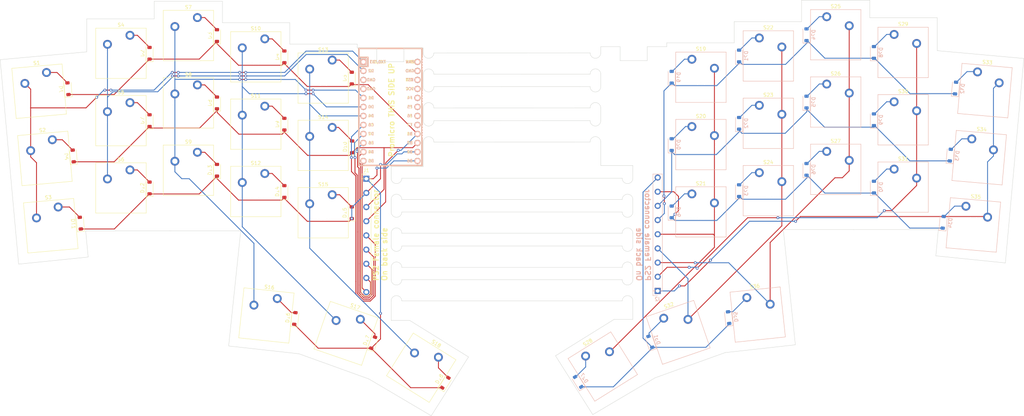
<source format=kicad_pcb>
(kicad_pcb (version 20221018) (generator pcbnew)
  (layers (0 "F.Cu" signal) (31 "B.Cu" signal) (34 "B.Paste" user) (35 "F.Paste" user) (36 "B.SilkS" user "B.Silkscreen") (37 "F.SilkS" user "F.Silkscreen") (38 "B.Mask" user) (39 "F.Mask" user) (44 "Edge.Cuts" user))
  (net 0 "")
  (net 1 "R4")
  (net 2 "Net-(D1-A)")
  (net 3 "Net-(D2-A)")
  (net 4 "Net-(D3-A)")
  (net 5 "Net-(D4-A)")
  (net 7 "Net-(D5-A)")
  (net 8 "R3")
  (net 9 "Net-(D6-A)")
  (net 10 "Net-(D7-A)")
  (net 11 "Net-(D8-A)")
  (net 12 "Net-(D9-A)")
  (net 13 "Net-(D10-A)")
  (net 14 "R2")
  (net 15 "Net-(D11-A)")
  (net 16 "Net-(D12-A)")
  (net 17 "Net-(D13-A)")
  (net 18 "Net-(D14-A)")
  (net 19 "Net-(D15-A)")
  (net 20 "R1")
  (net 21 "Net-(D16-A)")
  (net 22 "Net-(D17-A)")
  (net 23 "Net-(D18-A)")
  (net 24 "Net-(D19-A)")
  (net 25 "Net-(D20-A)")
  (net 26 "Net-(D21-A)")
  (net 27 "Net-(D22-A)")
  (net 28 "Net-(D23-A)")
  (net 29 "Net-(D24-A)")
  (net 30 "Net-(D25-A)")
  (net 31 "Net-(D26-A)")
  (net 32 "Net-(D27-A)")
  (net 33 "Net-(D28-A)")
  (net 34 "Net-(D29-A)")
  (net 35 "Net-(D30-A)")
  (net 36 "Net-(D31-A)")
  (net 37 "Net-(D32-A)")
  (net 38 "Net-(D33-A)")
  (net 39 "Net-(D34-A)")
  (net 40 "Net-(D35-A)")
  (net 41 "Net-(D36-A)")
  (net 42 "C6")
  (net 43 "C7")
  (net 44 "C8")
  (net 45 "C9")
  (net 46 "C10")
  (net 47 "C1")
  (net 48 "C2")
  (net 49 "C3")
  (net 50 "C4")
  (net 51 "C5")
  (footprint "Panelize:mouse-bite-3mm-slot" (layer "F.Cu") (at 176.574512 78.62648 90)
    (fp_text reference "mouse-bite-3mm-slot" hide)
    (fp_text value "VAL**" hide)
    (fp_arc (start -3 -1.5) (mid -1.5 0) (end -3 1.5) (stroke (width 0.1)) (layer "Edge.Cuts"))
    (fp_arc (start 3 1.5) (mid 1.5 0) (end 3 -1.5) (stroke (width 0.1)) (layer "Edge.Cuts"))
  )
  (footprint "Diode_SMD:D_SOD-123" (layer "F.Cu") (at 88.9 95.603631 90)
    (fp_text reference "D14")
    (fp_text value "D_Small")
  )
  (footprint "Diode_SMD:D_SOD-123" (layer "F.Cu") (at 88.9 57.603631 90)
    (fp_text reference "D4")
    (fp_text value "D_Small")
  )
  (footprint "Switch_Keyboard_Cherry_MX:SW_Cherry_MX_PCB_1.00u" (layer "F.Cu") (at 61.847381 70.603631)
    (fp_text reference "S8")
    (fp_text value "SW_Push")
  )
  (footprint "Switch_Keyboard_Cherry_MX:SW_Cherry_MX_PCB_1.00u" (layer "F.Cu") (at 80.847381 76.603631)
    (fp_text reference "S11")
    (fp_text value "SW_Push")
  )
  (footprint "Diode_SMD:D_SOD-123" (layer "F.Cu") (at 29.382957 85.577738 95)
    (fp_text reference "D6")
    (fp_text value "D_Small")
  )
  (footprint "Panelize:mouse-bite-3mm-slot" (layer "F.Cu") (at 176.575 59.5 90)
    (fp_text reference "mouse-bite-3mm-slot" hide)
    (fp_text value "VAL**" hide)
    (fp_arc (start -3 -1.5) (mid -1.5 0) (end -3 1.5) (stroke (width 0.1)) (layer "Edge.Cuts"))
    (fp_arc (start 3 1.5) (mid 1.5 0) (end 3 -1.5) (stroke (width 0.1)) (layer "Edge.Cuts"))
  )
  (footprint "Diode_SMD:D_SOD-123" (layer "F.Cu") (at 91.853649 131.434063 84)
    (fp_text reference "D16")
    (fp_text value "D_Small")
  )
  (footprint "Switch_Keyboard_Cherry_MX:SW_Cherry_MX_PCB_1.00u" (layer "F.Cu") (at 21.41117 86.275179 5)
    (fp_text reference "S2")
    (fp_text value "SW_Push")
  )
  (footprint "Diode_SMD:D_SOD-123" (layer "F.Cu") (at 50.9 75.603631 90)
    (fp_text reference "D7")
    (fp_text value "D_Small")
  )
  (footprint "Switch_Keyboard_Cherry_MX:SW_Cherry_MX_PCB_1.00u" (layer "F.Cu") (at 42.847381 75.603631)
    (fp_text reference "S5")
    (fp_text value "SW_Push")
  )
  (footprint "Diode_SMD:D_SOD-123" (layer "F.Cu") (at 69.9 89.603631 90)
    (fp_text reference "D13")
    (fp_text value "D_Small")
  )
  (footprint "Diode_SMD:D_SOD-123" (layer "F.Cu") (at 27.9 66.6 95)
    (fp_text reference "D1")
    (fp_text value "D_Small")
  )
  (footprint "Switch_Keyboard_Cherry_MX:SW_Cherry_MX_PCB_1.00u" (layer "F.Cu") (at 42.847381 94.603631)
    (fp_text reference "S6")
    (fp_text value "SW_Push")
  )
  (footprint "Panelize:mouse-bite-3mm-slot" (layer "F.Cu") (at 185.625 104.38552 90)
    (fp_text reference "mouse-bite-3mm-slot" hide)
    (fp_text value "VAL**" hide)
    (fp_arc (start -3 -1.5) (mid -1.5 0) (end -3 1.5) (stroke (width 0.1)) (layer "Edge.Cuts"))
    (fp_arc (start 3 1.5) (mid 1.5 0) (end 3 -1.5) (stroke (width 0.1)) (layer "Edge.Cuts"))
  )
  (footprint "Diode_SMD:D_SOD-123" (layer "F.Cu") (at 113.910976 138.2753 71)
    (fp_text reference "D17")
    (fp_text value "D_Small")
  )
  (footprint "Panelize:mouse-bite-3mm-slot" (layer "F.Cu") (at 185.625 94.87352 90)
    (fp_text reference "mouse-bite-3mm-slot" hide)
    (fp_text value "VAL**" hide)
    (fp_arc (start -3 -1.5) (mid -1.5 0) (end -3 1.5) (stroke (width 0.1)) (layer "Edge.Cuts"))
    (fp_arc (start 3 1.5) (mid 1.5 0) (end 3 -1.5) (stroke (width 0.1)) (layer "Edge.Cuts"))
  )
  (footprint "Panelize:mouse-bite-3mm-slot" (layer "F.Cu") (at 185.625488 123.488 90)
    (fp_text reference "mouse-bite-3mm-slot" hide)
    (fp_text value "VAL**" hide)
    (fp_arc (start -3 -1.5) (mid -1.5 0) (end -3 1.5) (stroke (width 0.1)) (layer "Edge.Cuts"))
    (fp_arc (start 3 1.5) (mid 1.5 0) (end 3 -1.5) (stroke (width 0.1)) (layer "Edge.Cuts"))
  )
  (footprint "Diode_SMD:D_SOD-123" (layer "F.Cu") (at 107.9 63.6 90)
    (fp_text reference "D5")
    (fp_text value "D_Small")
  )
  (footprint "Switch_Keyboard_Cherry_MX:SW_Cherry_MX_PCB_1.00u" (layer "F.Cu") (at 19.773893 67.305414 5)
    (fp_text reference "S1")
    (fp_text value "SW_Push")
  )
  (footprint "Switch_Keyboard_Cherry_MX:SW_Cherry_MX_PCB_1.00u" (layer "F.Cu") (at 61.847381 51.603631)
    (fp_text reference "S7")
    (fp_text value "SW_Push")
  )
  (footprint "Switch_Keyboard_Cherry_MX:SW_Cherry_MX_PCB_1.00u" (layer "F.Cu") (at 83.842328 130.592039 -6)
    (fp_text reference "S16")
    (fp_text value "SW_Push")
  )
  (footprint "Switch_Keyboard_Cherry_MX:SW_Cherry_MX_PCB_1.00u" (layer "F.Cu") (at 80.847381 57.603631)
    (fp_text reference "S10")
    (fp_text value "SW_Push")
  )
  (footprint "Switch_Keyboard_Cherry_MX:SW_Cherry_MX_PCB_1.00u" (layer "F.Cu") (at 127.475976 145.33504 -32)
    (fp_text reference "S18")
    (fp_text value "SW_Push")
  )
  (footprint "Switch_Keyboard_Cherry_MX:SW_Cherry_MX_PCB_1.00u" (layer "F.Cu") (at 42.847381 56.603631)
    (fp_text reference "S4")
    (fp_text value "SW_Push")
  )
  (footprint "Diode_SMD:D_SOD-123" (layer "F.Cu") (at 107.9 101.603631 90)
    (fp_text reference "D15")
    (fp_text value "D_Small")
  )
  (footprint "Diode_SMD:D_SOD-123" (layer "F.Cu") (at 108 83 90)
    (fp_text reference "D10")
    (fp_text value "D_Small")
  )
  (footprint "Switch_Keyboard_Cherry_MX:SW_Cherry_MX_PCB_1.00u" (layer "F.Cu") (at 106.260952 135.641185 -19)
    (fp_text reference "S17")
    (fp_text value "SW_Push")
  )
  (footprint "MX:1x9 4mm" (layer "F.Cu") (at 112 92)
    (fp_text reference "J1")
    (fp_text value "Conn_01x09")
  )
  (footprint "Diode_SMD:D_SOD-123" (layer "F.Cu") (at 50.9 94.6 90)
    (fp_text reference "D12")
    (fp_text value "D_Small")
  )
  (footprint "Diode_SMD:D_SOD-123" (layer "F.Cu") (at 69.9 70.603631 90)
    (fp_text reference "D8")
    (fp_text value "D_Small")
  )
  (footprint "Switch_Keyboard_Cherry_MX:SW_Cherry_MX_PCB_1.00u" (layer "F.Cu") (at 23.059801 105.263719 5)
    (fp_text reference "S3")
    (fp_text value "SW_Push")
  )
  (footprint "Switch_Keyboard_Cherry_MX:SW_Cherry_MX_PCB_1.00u" (layer "F.Cu") (at 99.847381 82.603631)
    (fp_text reference "S14")
    (fp_text value "SW_Push")
  )
  (footprint "Diode_SMD:D_SOD-123" (layer "F.Cu") (at 50.9 56.6 90)
    (fp_text reference "D2")
    (fp_text value "D_Small")
  )
  (footprint "Diode_SMD:D_SOD-123" (layer "F.Cu") (at 88.9 76.603631 90)
    (fp_text reference "D9")
    (fp_text value "D_Small")
  )
  (footprint "Panelize:mouse-bite-3mm-slot" (layer "F.Cu") (at 185.625488 114 90)
    (fp_text reference "mouse-bite-3mm-slot" hide)
    (fp_text value "VAL**" hide)
    (fp_arc (start -3 -1.5) (mid -1.5 0) (end -3 1.5) (stroke (width 0.1)) (layer "Edge.Cuts"))
    (fp_arc (start 3 1.5) (mid 1.5 0) (end 3 -1.5) (stroke (width 0.1)) (layer "Edge.Cuts"))
  )
  (footprint "Keebio-Parts:ArduinoProMicro" (layer "F.Cu") (at 118.8 73 -90)
    (fp_text reference "U2" hide)
    (fp_text value "ProMicro" hide)
  )
  (footprint "Switch_Keyboard_Cherry_MX:SW_Cherry_MX_PCB_1.00u" (layer "F.Cu") (at 99.847381 63.603631)
    (fp_text reference "S13")
    (fp_text value "SW_Push")
  )
  (footprint "Diode_SMD:D_SOD-123" (layer "F.Cu") (at 134.260361 149.574394 58)
    (fp_text reference "D18")
    (fp_text value "D_Small")
  )
  (footprint "Diode_SMD:D_SOD-123" (layer "F.Cu") (at 31.379293 104.535858 95)
    (fp_text reference "D11")
    (fp_text value "D_Small")
  )
  (footprint "Panelize:mouse-bite-3mm-slot" (layer "F.Cu") (at 176.575 69.012 90)
    (fp_text reference "mouse-bite-3mm-slot" hide)
    (fp_text value "VAL**" hide)
    (fp_arc (start -3 -1.5) (mid -1.5 0) (end -3 1.5) (stroke (width 0.1)) (layer "Edge.Cuts"))
    (fp_arc (start 3 1.5) (mid 1.5 0) (end 3 -1.5) (stroke (width 0.1)) (layer "Edge.Cuts"))
  )
  (footprint "Diode_SMD:D_SOD-123" (layer "F.Cu") (at 69.9 51.603631 90)
    (fp_text reference "D3")
    (fp_text value "D_Small")
  )
  (footprint "Switch_Keyboard_Cherry_MX:SW_Cherry_MX_PCB_1.00u" (layer "F.Cu") (at 80.847381 95.603631)
    (fp_text reference "S12")
    (fp_text value "SW_Push")
  )
  (footprint "Switch_Keyboard_Cherry_MX:SW_Cherry_MX_PCB_1.00u" (layer "F.Cu") (at 61.847381 89.603631)
    (fp_text reference "S9")
    (fp_text value "SW_Push")
  )
  (footprint "Switch_Keyboard_Cherry_MX:SW_Cherry_MX_PCB_1.00u" (layer "F.Cu") (at 99.847381 101.603631)
    (fp_text reference "S15")
    (fp_text value "SW_Push")
  )
  (footprint "Switch_Keyboard_Cherry_MX:SW_Cherry_MX_PCB_1.00u" (layer "B.Cu") (at 263.304012 94.364039 180)
    (fp_text reference "S31")
    (fp_text value "SW_Push")
  )
  (footprint "Switch_Keyboard_Cherry_MX:SW_Cherry_MX_PCB_1.00u" (layer "B.Cu") (at 225.304012 57.364039 180)
    (fp_text reference "S22")
    (fp_text value "SW_Push")
  )
  (footprint "Switch_Keyboard_Cherry_MX:SW_Cherry_MX_PCB_1.00u" (layer "B.Cu") (at 244.304012 51.364039 180)
    (fp_text reference "S25")
    (fp_text value "SW_Push")
  )
  (footprint "Diode_SMD:D_SOD-123" (layer "B.Cu") (at 198.071275 63.360408 90)
    (fp_text reference "D19")
    (fp_text value "D_Small")
  )
  (footprint "Panelize:mouse-bite-3mm-slot" (layer "B.Cu") (at 129.549024 69.024 90)
    (fp_text reference "mouse-bite-3mm-slot" hide)
    (fp_text value "VAL**" hide)
    (fp_arc (start -3 -1.5) (mid -1.5 0) (end -3 1.5) (stroke (width 0.1)) (layer "Edge.Cuts"))
    (fp_arc (start 3 1.5) (mid 1.5 0) (end 3 -1.5) (stroke (width 0.1)) (layer "Edge.Cuts"))
  )
  (footprint "Switch_Keyboard_Cherry_MX:SW_Cherry_MX_PCB_1.00u" (layer "B.Cu") (at 178.648048 145 -148)
    (fp_text reference "S28")
    (fp_text value "SW_Push")
  )
  (footprint "Switch_Keyboard_Cherry_MX:SW_Cherry_MX_PCB_1.00u" (layer "B.Cu") (at 284.739538 86.051285 175)
    (fp_text reference "S34")
    (fp_text value "SW_Push")
  )
  (footprint "Diode_SMD:D_SOD-123" (layer "B.Cu") (at 217.071275 95.364039 90)
    (fp_text reference "D23")
    (fp_text value "D_Small")
  )
  (footprint "Diode_SMD:D_SOD-123" (layer "B.Cu") (at 255.071275 56.360408 90)
    (fp_text reference "D28")
    (fp_text value "D_Small")
  )
  (footprint "Diode_SMD:D_SOD-123" (layer "B.Cu") (at 198.071275 82.360408 90)
    (fp_text reference "D20")
    (fp_text value "D_Small")
  )
  (footprint "Switch_Keyboard_Cherry_MX:SW_Cherry_MX_PCB_1.00u" (layer "B.Cu") (at 225.304012 76.364039 180)
    (fp_text reference "S23")
    (fp_text value "SW_Push")
  )
  (footprint "Switch_Keyboard_Cherry_MX:SW_Cherry_MX_PCB_1.00u" (layer "B.Cu") (at 263.304012 75.364039 180)
    (fp_text reference "S30")
    (fp_text value "SW_Push")
  )
  (footprint "Diode_SMD:D_SOD-123" (layer "B.Cu") (at 255.071275 75.360408 90)
    (fp_text reference "D29")
    (fp_text value "D_Small")
  )
  (footprint "Diode_SMD:D_SOD-123" (layer "B.Cu") (at 198.071275 101.360408 90)
    (fp_text reference "D36")
    (fp_text value "D_Small")
  )
  (footprint "Switch_Keyboard_Cherry_MX:SW_Cherry_MX_PCB_1.00u" (layer "B.Cu") (at 206.304012 63.364039 180)
    (fp_text reference "S19")
    (fp_text value "SW_Push")
  )
  (footprint "Diode_SMD:D_SOD-123" (layer "B.Cu") (at 214.117626 131.194471 96)
    (fp_text reference "D35")
    (fp_text value "D_Small")
  )
  (footprint "Diode_SMD:D_SOD-123" (layer "B.Cu") (at 274.591982 104.296266 85)
    (fp_text reference "D34")
    (fp_text value "D_Small")
  )
  (footprint "Diode_SMD:D_SOD-123" (layer "B.Cu") (at 278.081912 66.411372 85)
    (fp_text reference "D32")
    (fp_text value "D_Small")
  )
  (footprint "Diode_SMD:D_SOD-123" (layer "B.Cu") (at 192.060299 138.035708 109)
    (fp_text reference "D31")
    (fp_text value "D_Small")
  )
  (footprint "Diode_SMD:D_SOD-123" (layer "B.Cu") (at 217.071275 76.360408 90)
    (fp_text reference "D22")
    (fp_text value "D_Small")
  )
  (footprint "Switch_Keyboard_Cherry_MX:SW_Cherry_MX_PCB_1.00u" (layer "B.Cu") (at 244.304012 70.364039 180)
    (fp_text reference "S26")
    (fp_text value "SW_Push")
  )
  (footprint "Panelize:mouse-bite-3mm-slot" (layer "B.Cu") (at 120.499512 114 90)
    (fp_text reference "mouse-bite-3mm-slot" hide)
    (fp_text value "VAL**" hide)
    (fp_arc (start -3 -1.5) (mid -1.5 0) (end -3 1.5) (stroke (width 0.1)) (layer "Edge.Cuts"))
    (fp_arc (start 3 1.5) (mid 1.5 0) (end 3 -1.5) (stroke (width 0.1)) (layer "Edge.Cuts"))
  )
  (footprint "Panelize:mouse-bite-3mm-slot" (layer "B.Cu") (at 129.548536 78.63848 90)
    (fp_text reference "mouse-bite-3mm-slot" hide)
    (fp_text value "VAL**" hide)
    (fp_arc (start -3 -1.5) (mid -1.5 0) (end -3 1.5) (stroke (width 0.1)) (layer "Edge.Cuts"))
    (fp_arc (start 3 1.5) (mid 1.5 0) (end 3 -1.5) (stroke (width 0.1)) (layer "Edge.Cuts"))
  )
  (footprint "Switch_Keyboard_Cherry_MX:SW_Cherry_MX_PCB_1.00u" (layer "B.Cu") (at 206.304012 101.364039 180)
    (fp_text reference "S21")
    (fp_text value "SW_Push")
  )
  (footprint "Switch_Keyboard_Cherry_MX:SW_Cherry_MX_PCB_1.00u" (layer "B.Cu") (at 199.880628 135.342953 -161)
    (fp_text reference "S32")
    (fp_text value "SW_Push")
  )
  (footprint "Diode_SMD:D_SOD-123" (layer "B.Cu") (at 276.588318 85.338146 85)
    (fp_text reference "D33")
    (fp_text value "D_Small")
  )
  (footprint "Diode_SMD:D_SOD-123" (layer "B.Cu") (at 217.071275 57.364039 90)
    (fp_text reference "D21")
    (fp_text value "D_Small")
  )
  (footprint "MX:1x9 4mm" (layer "B.Cu") (at 194.124024 123.66496)
    (fp_text reference "J2")
    (fp_text value "Conn_01x09")
  )
  (footprint "Switch_Keyboard_Cherry_MX:SW_Cherry_MX_PCB_1.00u" (layer "B.Cu") (at 244.304012 89.364039 180)
    (fp_text reference "S27")
    (fp_text value "SW_Push")
  )
  (footprint "Diode_SMD:D_SOD-123" (layer "B.Cu") (at 236.071275 70.364039 90)
    (fp_text reference "D25")
    (fp_text value "D_Small")
  )
  (footprint "Switch_Keyboard_Cherry_MX:SW_Cherry_MX_PCB_1.00u" (layer "B.Cu") (at 283.090907 105.039825 175)
    (fp_text reference "S35")
    (fp_text value "SW_Push")
  )
  (footprint "Panelize:mouse-bite-3mm-slot" (layer "B.Cu") (at 129.549024 59.512 90)
    (fp_text reference "mouse-bite-3mm-slot" hide)
    (fp_text value "VAL**" hide)
    (fp_arc (start -3 -1.5) (mid -1.5 0) (end -3 1.5) (stroke (width 0.1)) (layer "Edge.Cuts"))
    (fp_arc (start 3 1.5) (mid 1.5 0) (end 3 -1.5) (stroke (width 0.1)) (layer "Edge.Cuts"))
  )
  (footprint "Switch_Keyboard_Cherry_MX:SW_Cherry_MX_PCB_1.00u" (layer "B.Cu") (at 206.304012 82.364039 180)
    (fp_text reference "S20")
    (fp_text value "SW_Push")
  )
  (footprint "Switch_Keyboard_Cherry_MX:SW_Cherry_MX_PCB_1.00u" (layer "B.Cu") (at 263.304012 56.364039 180)
    (fp_text reference "S29")
    (fp_text value "SW_Push")
  )
  (footprint "Panelize:mouse-bite-3mm-slot" (layer "B.Cu") (at 120.499512 123.488 90)
    (fp_text reference "mouse-bite-3mm-slot" hide)
    (fp_text value "VAL**" hide)
    (fp_arc (start -3 -1.5) (mid -1.5 0) (end -3 1.5) (stroke (width 0.1)) (layer "Edge.Cuts"))
    (fp_arc (start 3 1.5) (mid 1.5 0) (end 3 -1.5) (stroke (width 0.1)) (layer "Edge.Cuts"))
  )
  (footprint "Switch_Keyboard_Cherry_MX:SW_Cherry_MX_PCB_1.00u" (layer "B.Cu") (at 286.356529 67.135307 175)
    (fp_text reference "S33")
    (fp_text value "SW_Push")
  )
  (footprint "Diode_SMD:D_SOD-123" (layer "B.Cu") (at 171.710914 149.334802 122)
    (fp_text reference "D27")
    (fp_text value "D_Small")
  )
  (footprint "Switch_Keyboard_Cherry_MX:SW_Cherry_MX_PCB_1.00u" (layer "B.Cu") (at 222.308078 130.333619 -174)
    (fp_text reference "S36")
    (fp_text value "SW_Push")
  )
  (footprint "Panelize:mouse-bite-3mm-slot" (layer "B.Cu") (at 120.5 94.87352 90)
    (fp_text reference "mouse-bite-3mm-slot" hide)
    (fp_text value "VAL**" hide)
    (fp_arc (start -3 -1.5) (mid -1.5 0) (end -3 1.5) (stroke (width 0.1)) (layer "Edge.Cuts"))
    (fp_arc (start 3 1.5) (mid 1.5 0) (end 3 -1.5) (stroke (width 0.1)) (layer "Edge.Cuts"))
  )
  (footprint "Panelize:mouse-bite-3mm-slot" (layer "B.Cu") (at 120.5 104.38552 90)
    (fp_text reference "mouse-bite-3mm-slot" hide)
    (fp_text value "VAL**" hide)
    (fp_arc (start -3 -1.5) (mid -1.5 0) (end -3 1.5) (stroke (width 0.1)) (layer "Edge.Cuts"))
    (fp_arc (start 3 1.5) (mid 1.5 0) (end 3 -1.5) (stroke (width 0.1)) (layer "Edge.Cuts"))
  )
  (footprint "Diode_SMD:D_SOD-123" (layer "B.Cu") (at 236.071275 51.364039 90)
    (fp_text reference "D24")
    (fp_text value "D_Small")
  )
  (footprint "Diode_SMD:D_SOD-123" (layer "B.Cu") (at 236.071275 89.364039 90)
    (fp_text reference "D26")
    (fp_text value "D_Small")
  )
  (footprint "Switch_Keyboard_Cherry_MX:SW_Cherry_MX_PCB_1.00u" (layer "B.Cu") (at 225.304012 95.364039 180)
    (fp_text reference "S24")
    (fp_text value "SW_Push")
  )
  (footprint "Diode_SMD:D_SOD-123" (layer "B.Cu") (at 255.071275 94.364039 90)
    (fp_text reference "D30")
    (fp_text value "D_Small")
  )
  (gr_line (start 81.5 48) (end 90.45 48) (stroke (width 0.1)) (layer "Edge.Cuts"))
  (gr_line (start 187.124024 88.26496) (end 178.074024 88.26496) (stroke (width 0.1)) (layer "Edge.Cuts"))
  (gr_line (start 272.924024 46.56496) (end 272.924024 55.86496) (stroke (width 0.1)) (layer "Edge.Cuts"))
  (gr_line (start 119 132) (end 124.25 132) (stroke (width 0.1)) (layer "Edge.Cuts"))
  (gr_line (start 112.7 148.5) (end 93 141.4) (stroke (width 0.1)) (layer "Edge.Cuts"))
  (gr_line (start 165.324024 141.96496) (end 181.874024 131.66496) (stroke (width 0.1)) (layer "Edge.Cuts"))
  (gr_line (start 253.924024 46.56496) (end 272.924024 46.56496) (stroke (width 0.1)) (layer "Edge.Cuts"))
  (gr_line (start 191.174024 58.66496) (end 191.174024 54.76496) (stroke (width 0.1)) (layer "Edge.Cuts"))
  (gr_line (start 215.674024 53.66496) (end 215.674024 47.66496) (stroke (width 0.1)) (layer "Edge.Cuts"))
  (gr_line (start 272.524024 113.76496) (end 292.124024 115.76496) (stroke (width 0.1)) (layer "Edge.Cuts"))
  (gr_line (start 131.049024 62.512) (end 175.075 62.5) (stroke (width 0.1)) (layer "Edge.Cuts"))
  (gr_line (start 178.075 66.012) (end 178.075 62.5) (stroke (width 0.1)) (layer "Edge.Cuts"))
  (gr_line (start 229.524024 106.36496) (end 232.924024 138.86496) (stroke (width 0.1)) (layer "Edge.Cuts"))
  (gr_line (start 14 116.1) (end 8.8 58.4) (stroke (width 0.1)) (layer "Edge.Cuts"))
  (gr_line (start 119 90.4) (end 119 91.87352) (stroke (width 0.1)) (layer "Edge.Cuts"))
  (gr_line (start 187.125 91.87352) (end 187.124024 88.26496) (stroke (width 0.1)) (layer "Edge.Cuts"))
  (gr_line (start 178.074512 75.62648) (end 178.075 72.012) (stroke (width 0.1)) (layer "Edge.Cuts"))
  (gr_line (start 272.924024 55.86496) (end 297.324024 58.06496) (stroke (width 0.1)) (layer "Edge.Cuts"))
  (gr_line (start 184.125488 111) (end 121.999512 111) (stroke (width 0.1)) (layer "Edge.Cuts"))
  (gr_line (start 131.048536 75.63848) (end 175.074512 75.62648) (stroke (width 0.1)) (layer "Edge.Cuts"))
  (gr_line (start 234.674024 47.66496) (end 234.674024 41.61496) (stroke (width 0.1)) (layer "Edge.Cuts"))
  (gr_line (start 124.25 132) (end 140.8 142.3) (stroke (width 0.1)) (layer "Edge.Cuts"))
  (gr_line (start 71.45 41.95) (end 71.45 48) (stroke (width 0.1)) (layer "Edge.Cuts"))
  (gr_line (start 187.125488 120.488) (end 187.125488 117) (stroke (width 0.1)) (layer "Edge.Cuts"))
  (gr_line (start 297.324024 58.06496) (end 292.124024 115.76496) (stroke (width 0.1)) (layer "Edge.Cuts"))
  (gr_line (start 32.9 106.7) (end 56.8 106.7) (stroke (width 0.1)) (layer "Edge.Cuts"))
  (gr_line (start 122.6 59) (end 122.6 55.1) (stroke (width 0.1)) (layer "Edge.Cuts"))
  (gr_line (start 184.125 107.38552) (end 121.999024 107.38552) (stroke (width 0.1)) (layer "Edge.Cuts"))
  (gr_line (start 128.049024 62.512) (end 128.049024 66.024) (stroke (width 0.1)) (layer "Edge.Cuts"))
  (gr_line (start 183.524024 54.76496) (end 183.524024 58.66496) (stroke (width 0.1)) (layer "Edge.Cuts"))
  (gr_line (start 114.95 59) (end 122.6 59) (stroke (width 0.1)) (layer "Edge.Cuts"))
  (gr_line (start 33.6 114.1) (end 32.9 106.7) (stroke (width 0.1)) (layer "Edge.Cuts"))
  (gr_line (start 109.45 54) (end 109.45 55.1) (stroke (width 0.1)) (layer "Edge.Cuts"))
  (gr_line (start 196.674024 53.66496) (end 215.674024 53.66496) (stroke (width 0.1)) (layer "Edge.Cuts"))
  (gr_line (start 178.074024 54.76496) (end 183.524024 54.76496) (stroke (width 0.1)) (layer "Edge.Cuts"))
  (gr_line (start 131.049024 72.024) (end 175.075 72.012) (stroke (width 0.1)) (layer "Edge.Cuts"))
  (gr_line (start 118.999512 126.488) (end 119 132) (stroke (width 0.1)) (layer "Edge.Cuts"))
  (gr_line (start 33.2 56.2) (end 33.2 46.9) (stroke (width 0.1)) (layer "Edge.Cuts"))
  (gr_line (start 215.674024 47.66496) (end 224.624024 47.66496) (stroke (width 0.1)) (layer "Edge.Cuts"))
  (gr_line (start 229.524024 106.36496) (end 249.324024 106.36496) (stroke (width 0.1)) (layer "Edge.Cuts"))
  (gr_line (start 90.45 48) (end 90.45 54) (stroke (width 0.1)) (layer "Edge.Cuts"))
  (gr_line (start 128.05 88.6) (end 119 88.6) (stroke (width 0.1)) (layer "Edge.Cuts"))
  (gr_line (start 184.125488 126.488) (end 121.999512 126.488) (stroke (width 0.1)) (layer "Edge.Cuts"))
  (gr_line (start 56.8 106.7) (end 76.6 106.7) (stroke (width 0.1)) (layer "Edge.Cuts"))
  (gr_line (start 14 116.1) (end 33.6 114.1) (stroke (width 0.1)) (layer "Edge.Cuts"))
  (gr_line (start 109.45 55.1) (end 114.95 55.1) (stroke (width 0.1)) (layer "Edge.Cuts"))
  (gr_line (start 184.125 97.87352) (end 121.999024 97.87352) (stroke (width 0.1)) (layer "Edge.Cuts"))
  (gr_line (start 193.424024 148.16496) (end 175.824024 158.56496) (stroke (width 0.1)) (layer "Edge.Cuts"))
  (gr_line (start 249.324024 106.36496) (end 273.224024 106.36496) (stroke (width 0.1)) (layer "Edge.Cuts"))
  (gr_line (start 130.3 158.9) (end 140.8 142.3) (stroke (width 0.1)) (layer "Edge.Cuts"))
  (gr_line (start 184.125 101.38552) (end 121.999024 101.38552) (stroke (width 0.1)) (layer "Edge.Cuts"))
  (gr_line (start 52.2 41.95) (end 71.45 41.95) (stroke (width 0.1)) (layer "Edge.Cuts"))
  (gr_line (start 118.999512 117) (end 118.999512 120.488) (stroke (width 0.1)) (layer "Edge.Cuts"))
  (gr_line (start 119 97.87352) (end 119 101.38552) (stroke (width 0.1)) (layer "Edge.Cuts"))
  (gr_line (start 128.05 55.1) (end 128.049024 56.512) (stroke (width 0.1)) (layer "Edge.Cuts"))
  (gr_line (start 119 107.38552) (end 118.999512 111) (stroke (width 0.1)) (layer "Edge.Cuts"))
  (gr_line (start 187.125 101.38552) (end 187.125 97.87352) (stroke (width 0.1)) (layer "Edge.Cuts"))
  (gr_line (start 184.125488 117) (end 121.999512 117) (stroke (width 0.1)) (layer "Edge.Cuts"))
  (gr_line (start 33.2 46.9) (end 52.2 46.9) (stroke (width 0.1)) (layer "Edge.Cuts"))
  (gr_line (start 181.874024 131.66496) (end 187.124024 131.66496) (stroke (width 0.1)) (layer "Edge.Cuts"))
  (gr_line (start 93 141.4) (end 73.2 139.2) (stroke (width 0.1)) (layer "Edge.Cuts"))
  (gr_line (start 184.125 91.87352) (end 121.999024 91.87352) (stroke (width 0.1)) (layer "Edge.Cuts"))
  (gr_line (start 213.124024 141.06496) (end 193.424024 148.16496) (stroke (width 0.1)) (layer "Edge.Cuts"))
  (gr_line (start 131.049024 56.512) (end 175.075 56.5) (stroke (width 0.1)) (layer "Edge.Cuts"))
  (gr_line (start 131.049024 66.024) (end 175.075 66.012) (stroke (width 0.1)) (layer "Edge.Cuts"))
  (gr_line (start 224.624024 47.66496) (end 234.674024 47.66496) (stroke (width 0.1)) (layer "Edge.Cuts"))
  (gr_line (start 183.524024 58.66496) (end 191.174024 58.66496) (stroke (width 0.1)) (layer "Edge.Cuts"))
  (gr_line (start 165.324024 141.96496) (end 175.824024 158.56496) (stroke (width 0.1)) (layer "Edge.Cuts"))
  (gr_line (start 130.3 158.9) (end 112.7 148.5) (stroke (width 0.1)) (layer "Edge.Cuts"))
  (gr_line (start 119 88.6) (end 119 90.4) (stroke (width 0.1)) (layer "Edge.Cuts"))
  (gr_line (start 187.125488 111) (end 187.125 107.38552) (stroke (width 0.1)) (layer "Edge.Cuts"))
  (gr_line (start 196.674024 54.76496) (end 196.674024 53.66496) (stroke (width 0.1)) (layer "Edge.Cuts"))
  (gr_line (start 8.8 58.4) (end 33.2 56.2) (stroke (width 0.1)) (layer "Edge.Cuts"))
  (gr_line (start 71.45 48) (end 81.5 48) (stroke (width 0.1)) (layer "Edge.Cuts"))
  (gr_line (start 128.048536 81.63848) (end 128.05 88.6) (stroke (width 0.1)) (layer "Edge.Cuts"))
  (gr_line (start 73.2 139.2) (end 76.6 106.7) (stroke (width 0.1)) (layer "Edge.Cuts"))
  (gr_line (start 52.2 46.9) (end 52.2 41.95) (stroke (width 0.1)) (layer "Edge.Cuts"))
  (gr_line (start 187.124024 131.66496) (end 187.125488 126.488) (stroke (width 0.1)) (layer "Edge.Cuts"))
  (gr_line (start 191.174024 54.76496) (end 196.674024 54.76496) (stroke (width 0.1)) (layer "Edge.Cuts"))
  (gr_line (start 273.224024 106.36496) (end 272.524024 113.76496) (stroke (width 0.1)) (layer "Edge.Cuts"))
  (gr_line (start 178.075 56.5) (end 178.074024 54.76496) (stroke (width 0.1)) (layer "Edge.Cuts"))
  (gr_line (start 178.074024 88.26496) (end 178.074512 81.62648) (stroke (width 0.1)) (layer "Edge.Cuts"))
  (gr_line (start 131.048536 81.63848) (end 175.074512 81.62648) (stroke (width 0.1)) (layer "Edge.Cuts"))
  (gr_line (start 232.924024 138.86496) (end 213.124024 141.06496) (stroke (width 0.1)) (layer "Edge.Cuts"))
  (gr_line (start 128.049024 72.024) (end 128.048536 75.63848) (stroke (width 0.1)) (layer "Edge.Cuts"))
  (gr_line (start 122.6 55.1) (end 128.05 55.1) (stroke (width 0.1)) (layer "Edge.Cuts"))
  (gr_line (start 184.125488 120.488) (end 121.999512 120.488) (stroke (width 0.1)) (layer "Edge.Cuts"))
  (gr_line (start 114.95 55.1) (end 114.95 59) (stroke (width 0.1)) (layer "Edge.Cuts"))
  (gr_line (start 90.45 54) (end 109.45 54) (stroke (width 0.1)) (layer "Edge.Cuts"))
  (gr_line (start 234.674024 41.61496) (end 253.924024 41.61496) (stroke (width 0.1)) (layer "Edge.Cuts"))
  (gr_line (start 253.924024 41.61496) (end 253.924024 46.56496) (stroke (width 0.1)) (layer "Edge.Cuts"))
  (gr_text "PS2 Female connector\nOn back side" (at 188 121 270) (layer "B.SilkS") (effects (font (size 1.5 1.5) (thickness 0.3) bold) (justify left bottom mirror)))
  (gr_text "PS2 Female connector\nOn back side" (at 118 121 90) (layer "F.SilkS") (effects (font (size 1.5 1.5) (thickness 0.3) bold) (justify left bottom)))
  (gr_text "Promicro THIS SIDE UP" (at 120 86 90) (layer "F.SilkS") (effects (font (size 1.5 1.5) (thickness 0.3) bold) (justify left bottom)))
  (segment (start 88.9 59.253631) (end 88.175 59.978631) (width 0.25) (layer "F.Cu") (net 1))
  (segment (start 108.0987 65.4487) (end 112.5187 65.4487) (width 0.25) (layer "F.Cu") (net 1))
  (segment (start 95.374614 65.978631) (end 107.171369 65.978631) (width 0.25) (layer "F.Cu") (net 1))
  (segment (start 117.45 87.55) (end 121 84) (width 0.25) (layer "F.Cu") (net 1))
  (segment (start 69.9 53.9) (end 69.9 53.253631) (width 0.25) (layer "F.Cu") (net 1))
  (segment (start 40.906279 68.243721) (end 50.9 58.25) (width 0.25) (layer "F.Cu") (net 1))
  (segment (start 196 97) (end 195.882192 96.882192) (width 0.25) (layer "F.Cu") (net 1))
  (segment (start 196 99) (end 196 97) (width 0.25) (layer "F.Cu") (net 1))
  (segment (start 88.9 59.504017) (end 95.374614 65.978631) (width 0.25) (layer "F.Cu") (net 1))
  (segment (start 107.171369 65.978631) (end 107.9 65.25) (width 0.25) (layer "F.Cu") (net 1))
  (segment (start 112 104) (end 117.45 98.55) (width 0.25) (layer "F.Cu") (net 1))
  (segment (start 28.043807 68.243721) (end 40.906279 68.243721) (width 0.25) (layer "F.Cu") (net 1))
  (segment (start 112.5187 65.4487) (end 126.42 79.35) (width 0.25) (layer "F.Cu") (net 1))
  (segment (start 117.45 98.55) (end 117.45 87.55) (width 0.25) (layer "F.Cu") (net 1))
  (segment (start 107.9 65.25) (end 108.0987 65.4487) (width 0.25) (layer "F.Cu") (net 1))
  (segment (start 88.9 59.253631) (end 88.9 59.504017) (width 0.25) (layer "F.Cu") (net 1))
  (segment (start 75.978631 59.978631) (end 69.9 53.9) (width 0.25) (layer "F.Cu") (net 1))
  (segment (start 64.903631 58.25) (end 69.9 53.253631) (width 0.25) (layer "F.Cu") (net 1))
  (segment (start 50.9 58.25) (end 64.903631 58.25) (width 0.25) (layer "F.Cu") (net 1))
  (segment (start 88.175 59.978631) (end 75.978631 59.978631) (width 0.25) (layer "F.Cu") (net 1))
  (via (at 196 99) (size 0.8) (drill 0.4) (layers "F.Cu" "B.Cu") (net 1))
  (via (at 121 84) (size 0.8) (drill 0.4) (layers "F.Cu" "B.Cu") (net 1))
  (via (at 195.882192 96.882192) (size 0.8) (drill 0.4) (layers "F.Cu" "B.Cu") (net 1))
  (segment (start 278.103574 67.99009) (end 265.241102 67.99009) (width 0.25) (layer "B.Cu") (net 1))
  (segment (start 217.972381 59.725) (end 230.16875 59.725) (width 0.25) (layer "B.Cu") (net 1))
  (segment (start 121.77 84) (end 126.42 79.35) (width 0.25) (layer "B.Cu") (net 1))
  (segment (start 195.882192 96.882192) (end 195.882192 67.199491) (width 0.25) (layer "B.Cu") (net 1))
  (segment (start 265.241102 67.99009) (end 255.247381 57.996369) (width 0.25) (layer "B.Cu") (net 1))
  (segment (start 241.24375 57.996369) (end 236.247381 53) (width 0.25) (layer "B.Cu") (net 1))
  (segment (start 217.247381 59) (end 217.972381 59.725) (width 0.25) (layer "B.Cu") (net 1))
  (segment (start 194.124024 103.66496) (end 196 101.788984) (width 0.25) (layer "B.Cu") (net 1))
  (segment (start 217.247381 59) (end 217.247381 59.250386) (width 0.25) (layer "B.Cu") (net 1))
  (segment (start 255.247381 57.996369) (end 241.24375 57.996369) (width 0.25) (layer "B.Cu") (net 1))
  (segment (start 195.882192 67.199491) (end 198.071275 65.010408) (width 0.25) (layer "B.Cu") (net 1))
  (segment (start 198.976012 65.725) (end 198.247381 64.996369) (width 0.25) (layer "B.Cu") (net 1))
  (segment (start 217.247381 59.250386) (end 210.772767 65.725) (width 0.25) (layer "B.Cu") (net 1))
  (segment (start 196 101.788984) (end 196 99) (width 0.25) (layer "B.Cu") (net 1))
  (segment (start 230.16875 59.725) (end 236.247381 53.646369) (width 0.25) (layer "B.Cu") (net 1))
  (segment (start 236.247381 53.646369) (end 236.247381 53) (width 0.25) (layer "B.Cu") (net 1))
  (segment (start 210.772767 65.725) (end 198.976012 65.725) (width 0.25) (layer "B.Cu") (net 1))
  (segment (start 121 84) (end 121.77 84) (width 0.25) (layer "B.Cu") (net 1))
  (segment (start 21.861476 62.023369) (end 24.823283 62.023369) (width 0.25) (layer "F.Cu") (net 2))
  (segment (start 24.823283 62.023369) (end 27.756193 64.956279) (width 0.25) (layer "F.Cu") (net 2))
  (segment (start 47.473631 51.523631) (end 50.9 54.95) (width 0.25) (layer "F.Cu") (net 3))
  (segment (start 45.387381 51.523631) (end 47.473631 51.523631) (width 0.25) (layer "F.Cu") (net 3))
  (segment (start 64.387381 46.523631) (end 66.47 46.523631) (width 0.25) (layer "F.Cu") (net 4))
  (segment (start 66.47 46.523631) (end 69.9 49.953631) (width 0.25) (layer "F.Cu") (net 4))
  (segment (start 85.47 52.523631) (end 88.9 55.953631) (width 0.25) (layer "F.Cu") (net 5))
  (segment (start 83.387381 52.523631) (end 85.47 52.523631) (width 0.25) (layer "F.Cu") (net 5))
  (segment (start 104.473631 58.523631) (end 107.9 61.95) (width 0.25) (layer "F.Cu") (net 7))
  (segment (start 102.387381 58.523631) (end 104.473631 58.523631) (width 0.25) (layer "F.Cu") (net 7))
  (segment (start 107.271369 85.428631) (end 108 84.7) (width 0.25) (layer "F.Cu") (net 8))
  (segment (start 40.932172 87.221459) (end 50.9 77.253631) (width 0.25) (layer "F.Cu") (net 8))
  (segment (start 125.0813 83.2287) (end 126.42 81.89) (width 0.25) (layer "F.Cu") (net 8))
  (segment (start 108 84.65) (end 109.4213 83.2287) (width 0.25) (layer "F.Cu") (net 8))
  (segment (start 95.474614 85.428631) (end 107.271369 85.428631) (width 0.25) (layer "F.Cu") (net 8))
  (segment (start 29.526764 87.221459) (end 40.932172 87.221459) (width 0.25) (layer "F.Cu") (net 8))
  (segment (start 119 83.2287) (end 125.0813 83.2287) (width 0.25) (layer "F.Cu") (net 8))
  (segment (start 112 100) (end 117 95) (width 0.25) (layer "F.Cu") (net 8))
  (segment (start 89 78.954017) (end 95.474614 85.428631) (width 0.25) (layer "F.Cu") (net 8))
  (segment (start 89 78.703631) (end 88.275 79.428631) (width 0.25) (layer "F.Cu") (net 8))
  (segment (start 117 95) (end 117 83.2287) (width 0.25) (layer "F.Cu") (net 8))
  (segment (start 76.078631 79.428631) (end 70 73.35) (width 0.25) (layer "F.Cu") (net 8))
  (segment (start 70 73.35) (end 70 72.703631) (width 0.25) (layer "F.Cu") (net 8))
  (segment (start 65.003631 77.7) (end 70 72.703631) (width 0.25) (layer "F.Cu") (net 8))
  (segment (start 88.275 79.428631) (end 76.078631 79.428631) (width 0.25) (layer "F.Cu") (net 8))
  (segment (start 51 77.7) (end 65.003631 77.7) (width 0.25) (layer "F.Cu") (net 8))
  (segment (start 109.4213 83.2287) (end 119 83.2287) (width 0.25) (layer "F.Cu") (net 8))
  (segment (start 89 78.703631) (end 89 78.954017) (width 0.25) (layer "F.Cu") (net 8))
  (segment (start 198.071275 95.717709) (end 198.071275 84.010408) (width 0.25) (layer "B.Cu") (net 8))
  (segment (start 236.147381 73.096369) (end 236.147381 72.45) (width 0.25) (layer "B.Cu") (net 8))
  (segment (start 217.147381 78.45) (end 217.147381 78.700386) (width 0.25) (layer "B.Cu") (net 8))
  (segment (start 241.14375 77.446369) (end 236.147381 72.45) (width 0.25) (layer "B.Cu") (net 8))
  (segment (start 276.620617 86.967828) (end 265.215209 86.967828) (width 0.25) (layer "B.Cu") (net 8))
  (segment (start 210.672767 85.175) (end 198.876012 85.175) (width 0.25) (layer "B.Cu") (net 8))
  (segment (start 217.147381 78.45) (end 217.872381 79.175) (width 0.25) (layer "B.Cu") (net 8))
  (segment (start 198.876012 85.175) (end 198.147381 84.446369) (width 0.25) (layer "B.Cu") (net 8))
  (segment (start 265.215209 86.967828) (end 255.247381 77) (width 0.25) (layer "B.Cu") (net 8))
  (segment (start 217.872381 79.175) (end 230.06875 79.175) (width 0.25) (layer "B.Cu") (net 8))
  (segment (start 255.147381 77.446369) (end 241.14375 77.446369) (width 0.25) (layer "B.Cu") (net 8))
  (segment (start 194.124024 99.66496) (end 198.071275 95.717709) (width 0.25) (layer "B.Cu") (net 8))
  (segment (start 217.147381 78.700386) (end 210.672767 85.175) (width 0.25) (layer "B.Cu") (net 8))
  (segment (start 230.06875 79.175) (end 236.147381 73.096369) (width 0.25) (layer "B.Cu") (net 8))
  (segment (start 26.298267 80.993134) (end 29.23915 83.934017) (width 0.25) (layer "F.Cu") (net 9))
  (segment (start 23.498753 80.993134) (end 26.298267 80.993134) (width 0.25) (layer "F.Cu") (net 9))
  (segment (start 47.47 70.523631) (end 50.9 73.953631) (width 0.25) (layer "F.Cu") (net 10))
  (segment (start 45.387381 70.523631) (end 47.47 70.523631) (width 0.25) (layer "F.Cu") (net 10))
  (segment (start 64.387381 65.523631) (end 66.47 65.523631) (width 0.25) (layer "F.Cu") (net 11))
  (segment (start 66.47 65.523631) (end 69.9 68.953631) (width 0.25) (layer "F.Cu") (net 11))
  (segment (start 83.387381 71.523631) (end 85.47 71.523631) (width 0.25) (layer "F.Cu") (net 12))
  (segment (start 85.47 71.523631) (end 88.9 74.953631) (width 0.25) (layer "F.Cu") (net 12))
  (segment (start 104.173631 77.523631) (end 108 81.35) (width 0.25) (layer "F.Cu") (net 13))
  (segment (start 102.387381 77.523631) (end 104.173631 77.523631) (width 0.25) (layer "F.Cu") (net 13))
  (segment (start 69.9 91.95) (end 69.9 91.303631) (width 0.25) (layer "F.Cu") (net 14))
  (segment (start 200 97) (end 199.974012 97.025988) (width 0.25) (layer "F.Cu") (net 14))
  (segment (start 88.175 98.028631) (end 75.978631 98.028631) (width 0.25) (layer "F.Cu") (net 14))
  (segment (start 40.970421 106.179579) (end 50.9 96.25) (width 0.25) (layer "F.Cu") (net 14))
  (segment (start 88.9 97.554017) (end 95.374614 104.028631) (width 0.25) (layer "F.Cu") (net 14))
  (segment (start 116 88) (end 116 92) (width 0.25) (layer "F.Cu") (net 14))
  (segment (start 88.9 97.303631) (end 88.9 97.554017) (width 0.25) (layer "F.Cu") (net 14))
  (segment (start 116 92) (end 112 96) (width 0.25) (layer "F.Cu") (net 14))
  (segment (start 194.124024 95.66496) (end 198.66496 95.66496) (width 0.25) (layer "F.Cu") (net 14))
  (segment (start 64.903631 96.3) (end 69.9 91.303631) (width 0.25) (layer "F.Cu") (net 14))
  (segment (start 198.66496 95.66496) (end 200 97) (width 0.25) (layer "F.Cu") (net 14))
  (segment (start 50.9 96.3) (end 64.903631 96.3) (width 0.25) (layer "F.Cu") (net 14))
  (segment (start 107.171369 104.028631) (end 107.9 103.3) (width 0.25) (layer "F.Cu") (net 14))
  (segment (start 31.5231 106.179579) (end 40.970421 106.179579) (width 0.25) (layer "F.Cu") (net 14))
  (segment (start 95.374614 104.028631) (end 107.171369 104.028631) (width 0.25) (layer "F.Cu") (net 14))
  (segment (start 75.978631 98.028631) (end 69.9 91.95) (width 0.25) (layer "F.Cu") (net 14))
  (segment (start 88.9 97.303631) (end 88.175 98.028631) (width 0.25) (layer "F.Cu") (net 14))
  (segment (start 199.974012 101.025988) (end 199 102) (width 0.25) (layer "F.Cu") (net 14))
  (segment (start 199.974012 97.025988) (end 199.974012 101.025988) (width 0.25) (layer "F.Cu") (net 14))
  (via (at 199 102) (size 0.8) (drill 0.4) (layers "F.Cu" "B.Cu") (net 14))
  (via (at 116 88) (size 0.8) (drill 0.4) (layers "F.Cu" "B.Cu") (net 14))
  (via (at 107.9 103.253631) (size 0.8) (drill 0.4) (layers "F.Cu" "B.Cu") (net 14))
  (segment (start 198.976012 103.775) (end 198.247381 103.046369) (width 0.25) (layer "B.Cu") (net 14))
  (segment (start 217.247381 97.05) (end 217.972381 97.775) (width 0.25) (layer "B.Cu") (net 14))
  (segment (start 122.57 84.43) (end 126.42 84.43) (width 0.25) (layer "B.Cu") (net 14))
  (segment (start 199 102) (end 199 102.081683) (width 0.25) (layer "B.Cu") (net 14))
  (segment (start 199 102.081683) (end 198.071275 103.010408) (width 0.25) (layer "B.Cu") (net 14))
  (segment (start 116 88) (end 117.7005 88) (width 0.25) (layer "B.Cu") (net 14))
  (segment (start 117.7005 88) (end 120.7005 85) (width 0.25) (layer "B.Cu") (net 14))
  (segment (start 112 96) (end 107.9 100.1) (width 0.25) (layer "B.Cu") (net 14))
  (segment (start 217.247381 97.300386) (end 210.772767 103.775) (width 0.25) (layer "B.Cu") (net 14))
  (segment (start 241.24375 96.046369) (end 236.247381 91.05) (width 0.25) (layer "B.Cu") (net 14))
  (segment (start 255.247381 96.046369) (end 241.24375 96.046369) (width 0.25) (layer "B.Cu") (net 14))
  (segment (start 210.772767 103.775) (end 198.976012 103.775) (width 0.25) (layer "B.Cu") (net 14))
  (segment (start 274.624281 105.925948) (end 265.17696 105.925948) (width 0.25) (layer "B.Cu") (net 14))
  (segment (start 217.972381 97.775) (end 230.16875 97.775) (width 0.25) (layer "B.Cu") (net 14))
  (segment (start 122 85) (end 122.57 84.43) (width 0.25) (layer "B.Cu") (net 14))
  (segment (start 230.16875 97.775) (end 236.247381 91.696369) (width 0.25) (layer "B.Cu") (net 14))
  (segment (start 107.9 100.1) (end 107.9 103.253631) (width 0.25) (layer "B.Cu") (net 14))
  (segment (start 217.247381 97.05) (end 217.247381 97.300386) (width 0.25) (layer "B.Cu") (net 14))
  (segment (start 236.247381 91.696369) (end 236.247381 91.05) (width 0.25) (layer "B.Cu") (net 14))
  (segment (start 265.17696 105.925948) (end 255.247381 95.996369) (width 0.25) (layer "B.Cu") (net 14))
  (segment (start 120.7005 85) (end 122 85) (width 0.25) (layer "B.Cu") (net 14))
  (segment (start 25.147384 99.981674) (end 28.325023 99.981674) (width 0.25) (layer "F.Cu") (net 15))
  (segment (start 28.325023 99.981674) (end 31.235486 102.892137) (width 0.25) (layer "F.Cu") (net 15))
  (segment (start 47.473631 89.523631) (end 50.9 92.95) (width 0.25) (layer "F.Cu") (net 16))
  (segment (start 45.387381 89.523631) (end 47.473631 89.523631) (width 0.25) (layer "F.Cu") (net 16))
  (segment (start 66.47 84.523631) (end 69.9 87.953631) (width 0.25) (layer "F.Cu") (net 17))
  (segment (start 64.387381 84.523631) (end 66.47 84.523631) (width 0.25) (layer "F.Cu") (net 17))
  (segment (start 83.387381 90.523631) (end 85.47 90.523631) (width 0.25) (layer "F.Cu") (net 18))
  (segment (start 85.47 90.523631) (end 88.9 93.953631) (width 0.25) (layer "F.Cu") (net 18))
  (segment (start 104.47 96.523631) (end 107.9 99.953631) (width 0.25) (layer "F.Cu") (net 19))
  (segment (start 102.387381 96.523631) (end 104.47 96.523631) (width 0.25) (layer "F.Cu") (net 19))
  (segment (start 98.441559 139.835406) (end 113.373789 139.835406) (width 0.25) (layer "F.Cu") (net 20))
  (segment (start 124.512056 150.973673) (end 133.385994 150.973673) (width 0.25) (layer "F.Cu") (net 20))
  (segment (start 91.681177 133.075024) (end 98.441559 139.835406) (width 0.25) (layer "F.Cu") (net 20))
  (segment (start 116 130) (end 116 137.209195) (width 0.25) (layer "F.Cu") (net 20))
  (segment (start 113.373789 139.835406) (end 124.512056 150.973673) (width 0.25) (layer "F.Cu") (net 20))
  (segment (start 115 89) (end 115 90.976) (width 0.25) (layer "F.Cu") (net 20))
  (segment (start 116 137.209195) (end 113.373789 139.835406) (width 0.25) (layer "F.Cu") (net 20))
  (segment (start 115 90.976) (end 113.976 92) (width 0.25) (layer "F.Cu") (net 20))
  (segment (start 113.976 92) (end 112 92) (width 0.25) (layer "F.Cu") (net 20))
  (via (at 116 130) (size 0.8) (drill 0.4) (layers "F.Cu" "B.Cu") (net 20))
  (via (at 115 89) (size 0.8) (drill 0.4) (layers "F.Cu" "B.Cu") (net 20))
  (segment (start 119.755805 86.97) (end 126.42 86.97) (width 0.25) (layer "B.Cu") (net 20))
  (segment (start 194.124024 91.66496) (end 190 95.788984) (width 0.25) (layer "B.Cu") (net 20))
  (segment (start 207.705822 139.581775) (end 192.773592 139.581775) (width 0.25) (layer "B.Cu") (net 20))
  (segment (start 181.635325 150.720042) (end 172.761387 150.720042) (width 0.25) (layer "B.Cu") (net 20))
  (segment (start 214.466204 132.821393) (end 207.705822 139.581775) (width 0.25) (layer "B.Cu") (net 20))
  (segment (start 112 92) (end 116 96) (width 0.25) (layer "B.Cu") (net 20))
  (segment (start 192.773592 139.581775) (end 181.635325 150.720042) (width 0.25) (layer "B.Cu") (net 20))
  (segment (start 117.725805 89) (end 119.755805 86.97) (width 0.25) (layer "B.Cu") (net 20))
  (segment (start 190 95.788984) (end 190 136.998328) (width 0.25) (layer "B.Cu") (net 20))
  (segment (start 116 96) (end 116 130) (width 0.25) (layer "B.Cu") (net 20))
  (segment (start 115 89) (end 117.725805 89) (width 0.25) (layer "B.Cu") (net 20))
  (segment (start 190 136.998328) (end 192.597486 139.595814) (width 0.25) (layer "B.Cu") (net 20))
  (segment (start 90.88715 129.793102) (end 92.026121 129.793102) (width 0.25) (layer "F.Cu") (net 21))
  (segment (start 86.899418 125.80537) (end 90.88715 129.793102) (width 0.25) (layer "F.Cu") (net 21))
  (segment (start 110.316455 131.664894) (end 114.448163 135.796602) (width 0.25) (layer "F.Cu") (net 22))
  (segment (start 114.448163 135.796602) (end 114.448163 136.715194) (width 0.25) (layer "F.Cu") (net 22))
  (segment (start 132.322008 145.362395) (end 135.134728 148.175115) (width 0.25) (layer "F.Cu") (net 23))
  (segment (start 132.322008 142.372951) (end 132.322008 145.362395) (width 0.25) (layer "F.Cu") (net 23))
  (segment (start 201.67375 58.27) (end 198.247381 61.696369) (width 0.25) (layer "B.Cu") (net 24))
  (segment (start 203.76 58.27) (end 201.67375 58.27) (width 0.25) (layer "B.Cu") (net 24))
  (segment (start 203.76 77.27) (end 201.97375 77.27) (width 0.25) (layer "B.Cu") (net 25))
  (segment (start 201.97375 77.27) (end 198.147381 81.096369) (width 0.25) (layer "B.Cu") (net 25))
  (segment (start 220.677381 52.27) (end 217.247381 55.7) (width 0.25) (layer "B.Cu") (net 26))
  (segment (start 222.76 52.27) (end 220.677381 52.27) (width 0.25) (layer "B.Cu") (net 26))
  (segment (start 222.76 71.27) (end 220.677381 71.27) (width 0.25) (layer "B.Cu") (net 27))
  (segment (start 220.677381 71.27) (end 217.247381 74.7) (width 0.25) (layer "B.Cu") (net 27))
  (segment (start 222.76 90.27) (end 220.677381 90.27) (width 0.25) (layer "B.Cu") (net 28))
  (segment (start 220.677381 90.27) (end 217.247381 93.7) (width 0.25) (layer "B.Cu") (net 28))
  (segment (start 241.76 46.27) (end 239.677381 46.27) (width 0.25) (layer "B.Cu") (net 29))
  (segment (start 239.677381 46.27) (end 236.247381 49.7) (width 0.25) (layer "B.Cu") (net 29))
  (segment (start 239.677381 65.27) (end 236.247381 68.7) (width 0.25) (layer "B.Cu") (net 30))
  (segment (start 241.76 65.27) (end 239.677381 65.27) (width 0.25) (layer "B.Cu") (net 30))
  (segment (start 241.76 84.27) (end 239.677381 84.27) (width 0.25) (layer "B.Cu") (net 31))
  (segment (start 239.677381 84.27) (end 236.247381 87.7) (width 0.25) (layer "B.Cu") (net 31))
  (segment (start 173.825373 142.11932) (end 173.825373 145.108764) (width 0.25) (layer "B.Cu") (net 32))
  (segment (start 173.825373 145.108764) (end 171.012653 147.921484) (width 0.25) (layer "B.Cu") (net 32))
  (segment (start 258.67375 51.27) (end 255.247381 54.696369) (width 0.25) (layer "B.Cu") (net 33))
  (segment (start 260.76 51.27) (end 258.67375 51.27) (width 0.25) (layer "B.Cu") (net 33))
  (segment (start 260.76 70.27) (end 258.677381 70.27) (width 0.25) (layer "B.Cu") (net 34))
  (segment (start 258.677381 70.27) (end 255.247381 73.7) (width 0.25) (layer "B.Cu") (net 34))
  (segment (start 260.76 89.27) (end 258.67375 89.27) (width 0.25) (layer "B.Cu") (net 35))
  (segment (start 258.67375 89.27) (end 255.247381 92.696369) (width 0.25) (layer "B.Cu") (net 35))
  (segment (start 191.699218 135.542971) (end 191.699218 136.461563) (width 0.25) (layer "B.Cu") (net 36))
  (segment (start 195.830926 131.411263) (end 191.699218 135.542971) (width 0.25) (layer "B.Cu") (net 36))
  (segment (start 284.285905 61.769738) (end 281.324098 61.769738) (width 0.25) (layer "B.Cu") (net 37))
  (segment (start 281.324098 61.769738) (end 278.391188 64.702648) (width 0.25) (layer "B.Cu") (net 37))
  (segment (start 279.849114 80.739503) (end 276.908231 83.680386) (width 0.25) (layer "B.Cu") (net 38))
  (segment (start 282.648628 80.739503) (end 279.849114 80.739503) (width 0.25) (layer "B.Cu") (net 38))
  (segment (start 277.822358 99.728043) (end 274.911895 102.638506) (width 0.25) (layer "B.Cu") (net 39))
  (segment (start 280.999997 99.728043) (end 277.822358 99.728043) (width 0.25) (layer "B.Cu") (net 39))
  (segment (start 215.260231 129.539471) (end 214.12126 129.539471) (width 0.25) (layer "B.Cu") (net 40))
  (segment (start 219.247963 125.551739) (end 215.260231 129.539471) (width 0.25) (layer "B.Cu") (net 40))
  (segment (start 203.76 96.27) (end 201.677381 96.27) (width 0.25) (layer "B.Cu") (net 41))
  (segment (start 201.677381 96.27) (end 198.247381 99.7) (width 0.25) (layer "B.Cu") (net 41))
  (segment (start 114.261396 125.375) (end 113.111396 126.525) (width 0.25) (layer "F.Cu") (net 42))
  (segment (start 210.11 111.354847) (end 210.11 108) (width 0.25) (layer "F.Cu") (net 42))
  (segment (start 109.025 124.595889) (end 109.025 121) (width 0.25) (layer "F.Cu") (net 42))
  (segment (start 114.525 125.111396) (end 114.261396 125.375) (width 0.25) (layer "F.Cu") (net 42))
  (segment (start 180.556473 140.908374) (end 210.11 111.354847) (width 0.25) (layer "F.Cu") (net 42))
  (segment (start 110.954111 126.525) (end 110.214555 125.785444) (width 0.25) (layer "F.Cu") (net 42))
  (segment (start 107.804698 89.966094) (end 107.804698 86.001078) (width 0.25) (layer "F.Cu") (net 42))
  (segment (start 209.77496 107.66496) (end 210.11 108) (width 0.25) (layer "F.Cu") (net 42))
  (segment (start 109.025 121) (end 109.025 91.186396) (width 0.25) (layer "F.Cu") (net 42))
  (segment (start 109.025 91.186396) (end 107.804698 89.966094) (width 0.25) (layer "F.Cu") (net 42))
  (segment (start 210.11 108) (end 210.11 98.81) (width 0.25) (layer "F.Cu") (net 42))
  (segment (start 194.124024 107.66496) (end 209.77496 107.66496) (width 0.25) (layer "F.Cu") (net 42))
  (segment (start 112 108) (end 114.525 110.525) (width 0.25) (layer "F.Cu") (net 42))
  (segment (start 114.525 110.525) (end 114.525 125.111396) (width 0.25) (layer "F.Cu") (net 42))
  (segment (start 110.214555 125.785444) (end 109.025 124.595889) (width 0.25) (layer "F.Cu") (net 42))
  (segment (start 210.11 60.81) (end 210.11 98.81) (width 0.25) (layer "F.Cu") (net 42))
  (segment (start 113.111396 126.525) (end 110.954111 126.525) (width 0.25) (layer "F.Cu") (net 42))
  (via (at 107.804698 86.001078) (size 0.8) (drill 0.4) (layers "F.Cu" "B.Cu") (net 42))
  (segment (start 107.804698 86.001078) (end 107.804698 80.185302) (width 0.25) (layer "B.Cu") (net 42))
  (segment (start 107.804698 80.185302) (end 111.18 76.81) (width 0.25) (layer "B.Cu") (net 42))
  (segment (start 114 125) (end 112.925 126.075) (width 0.25) (layer "F.Cu") (net 43))
  (segment (start 108.8042 90.3292) (end 108.8042 86) (width 0.25) (layer "F.Cu") (net 43))
  (segment (start 112 126.075) (end 111.140507 126.075) (width 0.25) (layer "F.Cu") (net 43))
  (segment (start 109.475 107) (end 109.475 91) (width 0.25) (layer "F.Cu") (net 43))
  (segment (start 109.475 124.409493) (end 109.475 124.036701) (width 0.25) (layer "F.Cu") (net 43))
  (segment (start 229.11 54.81) (end 229.11 92.81) (width 0.25) (layer "F.Cu") (net 43))
  (segment (start 109.475 124.036701) (end 109.475 107) (width 0.25) (layer "F.Cu") (net 43))
  (segment (start 229.11 105.297434) (end 229.11 92.81) (width 0.25) (layer "F.Cu") (net 43))
  (segment (start 112 112) (end 114.075 114.075) (width 0.25) (layer "F.Cu") (net 43))
  (segment (start 114.075 114.075) (end 114.075 117.811396) (width 0.25) (layer "F.Cu") (net 43))
  (segment (start 202.661912 131.745522) (end 229.11 105.297434) (width 0.25) (layer "F.Cu") (net 43))
  (segment (start 112.925 126.075) (end 112 126.075) (width 0.25) (layer "F.Cu") (net 43))
  (segment (start 109.475 91) (end 108.8042 90.3292) (width 0.25) (layer "F.Cu") (net 43))
  (segment (start 111.140507 126.075) (end 109.475 124.409493) (width 0.25) (layer "F.Cu") (net 43))
  (segment (start 114.075 124.925) (end 114 125) (width 0.25) (layer "F.Cu") (net 43))
  (segment (start 114.075 117.811396) (end 114.075 124.925) (width 0.25) (layer "F.Cu") (net 43))
  (via (at 108.8042 86) (size 0.8) (drill 0.4) (layers "F.Cu" "B.Cu") (net 43))
  (segment (start 202.656111 120.197047) (end 202.656111 131.700921) (width 0.25) (layer "B.Cu") (net 43))
  (segment (start 108.8042 86) (end 108.660012 85.855812) (width 0.25) (layer "B.Cu") (net 43))
  (segment (start 194.124024 111.66496) (end 202.656111 120.197047) (width 0.25) (layer "B.Cu") (net 43))
  (segment (start 108.660012 81.869988) (end 111.18 79.35) (width 0.25) (layer "B.Cu") (net 43))
  (segment (start 108.660012 85.855812) (end 108.660012 81.869988) (width 0.25) (layer "B.Cu") (net 43))
  (segment (start 109.5287 84.433275) (end 109.385012 84.289587) (width 0.25) (layer "F.Cu") (net 44))
  (segment (start 110.850951 125.149048) (end 109.925 124.223097) (width 0.25) (layer "F.Cu") (net 44))
  (segment (start 244.091973 91.725) (end 246.16875 91.725) (width 0.25) (layer "F.Cu") (net 44))
  (segment (start 248.11 48.81) (end 248.11 86.81) (width 0.25) (layer "F.Cu") (net 44))
  (segment (start 109.925 124.223097) (end 109.925 122) (width 0.25) (layer "F.Cu") (net 44))
  (segment (start 225.828679 109.988294) (end 244.091973 91.725) (width 0.25) (layer "F.Cu") (net 44))
  (segment (start 194.124024 115.66496) (end 204.664959 115.66496) (width 0.25) (layer "F.Cu") (net 44))
  (segment (start 109.5287 87.281199) (end 109.5287 84.433275) (width 0.25) (layer "F.Cu") (net 44))
  (segment (start 109.925 118) (end 109.925 116) (width 0.25) (layer "F.Cu") (net 44))
  (segment (start 113.625 124.673097) (end 112.673097 125.625) (width 0.25) (layer "F.Cu") (net 44))
  (segment (start 225.828679 127.414069) (end 225.828679 109.988294) (width 0.25) (layer "F.Cu") (net 44))
  (segment (start 204.664959 115.66496) (end 204.720124 115.720125) (width 0.25) (layer "F.Cu") (net 44))
  (segment (start 246.16875 91.725) (end 248.11 89.78375) (width 0.25) (layer "F.Cu") (net 44))
  (segment (start 109.5287 88.6037) (end 109.5287 87.281199) (width 0.25) (layer "F.Cu") (net 44))
  (segment (start 112.673097 125.625) (end 111.326903 125.625) (width 0.25) (layer "F.Cu") (net 44))
  (segment (start 109.925 89) (end 109.5287 88.6037) (width 0.25) (layer "F.Cu") (net 44))
  (segment (start 109.925 122) (end 109.925 118) (width 0.25) (layer "F.Cu") (net 44))
  (segment (start 248.11 89.78375) (end 248.11 86.81) (width 0.25) (layer "F.Cu") (net 44))
  (segment (start 109.925 89.075) (end 109.925 89) (width 0.25) (layer "F.Cu") (net 44))
  (segment (start 113.625 117.625) (end 113.625 124.673097) (width 0.25) (layer "F.Cu") (net 44))
  (segment (start 111.326903 125.625) (end 110.850951 125.149048) (width 0.25) (layer "F.Cu") (net 44))
  (segment (start 112 116) (end 113.625 117.625) (width 0.25) (layer "F.Cu") (net 44))
  (segment (start 109.925 116) (end 109.925 89.075) (width 0.25) (layer "F.Cu") (net 44))
  (via (at 204.720124 115.720125) (size 0.8) (drill 0.4) (layers "F.Cu" "B.Cu") (net 44))
  (via (at 109.385012 84.289587) (size 0.8) (drill 0.4) (layers "F.Cu" "B.Cu") (net 44))
  (segment (start 109.385012 84.289587) (end 109.385012 83.684988) (width 0.25) (layer "B.Cu") (net 44))
  (segment (start 214.142549 115.720125) (end 225.831704 127.40928) (width 0.25) (layer "B.Cu") (net 44))
  (segment (start 109.385012 83.684988) (end 111.18 81.89) (width 0.25) (layer "B.Cu") (net 44))
  (segment (start 204.720124 115.720125) (end 214.142549 115.720125) (width 0.25) (layer "B.Cu") (net 44))
  (segment (start 267.114012 93.912796) (end 267.114012 91.824039) (width 0.25) (layer "F.Cu") (net 45))
  (segment (start 113.175 121.175) (end 112 120) (width 0.25) (layer "F.Cu") (net 45))
  (segment (start 258 101) (end 260.026808 101) (width 0.25) (layer "F.Cu") (net 45))
  (segment (start 112.486701 125.175) (end 113.175 124.486701) (width 0.25) (layer "F.Cu") (net 45))
  (segment (start 111.513299 125.175) (end 112.486701 125.175) (width 0.25) (layer "F.Cu") (net 45))
  (segment (start 219.489445 103) (end 228 103) (width 0.25) (layer "F.Cu") (net 45))
  (segment (start 111.18 84.43) (end 109.9787 85.6313) (width 0.25) (layer "F.Cu") (net 45))
  (segment (start 109.9787 87.467595) (end 110.375 87.863895) (width 0.25) (layer "F.Cu") (net 45))
  (segment (start 113.175 124.486701) (end 113.175 121.175) (width 0.25) (layer "F.Cu") (net 45))
  (segment (start 110.375 124.036701) (end 111.513299 125.175) (width 0.25) (layer "F.Cu") (net 45))
  (segment (start 110.375 87.863895) (end 110.375 124.036701) (width 0.25) (layer "F.Cu") (net 45))
  (segment (start 205.244722 117.244723) (end 219.489445 103) (width 0.25) (layer "F.Cu") (net 45))
  (segment (start 267.11 53.81) (end 267.11 91.81) (width 0.25) (layer "F.Cu") (net 45))
  (segment (start 109.9787 85.6313) (end 109.9787 87.467595) (width 0.25) (layer "F.Cu") (net 45))
  (segment (start 194.124024 119.66496) (end 196.788984 117) (width 0.25) (layer "F.Cu") (net 45))
  (segment (start 196.788984 117) (end 203 117) (width 0.25) (layer "F.Cu") (net 45))
  (segment (start 260.026808 101) (end 267.114012 93.912796) (width 0.25) (layer "F.Cu") (net 45))
  (via (at 228 103) (size 0.8) (drill 0.4) (layers "F.Cu" "B.Cu") (net 45))
  (via (at 205.244722 117.244723) (size 0.8) (drill 0.4) (layers "F.Cu" "B.Cu") (net 45))
  (via (at 258 101) (size 0.8) (drill 0.4) (layers "F.Cu" "B.Cu") (net 45))
  (via (at 203 117) (size 0.8) (drill 0.4) (layers "F.Cu" "B.Cu") (net 45))
  (segment (start 203 117) (end 204.999999 117) (width 0.25) (layer "B.Cu") (net 45))
  (segment (start 228 103) (end 256 103) (width 0.25) (layer "B.Cu") (net 45))
  (segment (start 204.999999 117) (end 205.244722 117.244723) (width 0.25) (layer "B.Cu") (net 45))
  (segment (start 256 103) (end 258 101) (width 0.25) (layer "B.Cu") (net 45))
  (segment (start 234.335175 102.664825) (end 233 104) (width 0.25) (layer "F.Cu") (net 46))
  (segment (start 110.825 87.325) (end 111.18 86.97) (width 0.25) (layer "F.Cu") (net 46))
  (segment (start 110.825 122.825) (end 110.825 87.325) (width 0.25) (layer "F.Cu") (net 46))
  (segment (start 287.107784 102.841554) (end 286.931055 102.664825) (width 0.25) (layer "F.Cu") (net 46))
  (segment (start 286.931055 102.664825) (end 234.335175 102.664825) (width 0.25) (layer "F.Cu") (net 46))
  (segment (start 209 114.995625) (end 201.750902 122.244723) (width 0.25) (layer "F.Cu") (net 46))
  (segment (start 112 124) (end 110.825 122.825) (width 0.25) (layer "F.Cu") (net 46))
  (segment (start 201.750902 122.244723) (end 200.244722 122.244723) (width 0.25) (layer "F.Cu") (net 46))
  (via (at 233 104) (size 0.8) (drill 0.4) (layers "F.Cu" "B.Cu") (net 46))
  (via (at 209 114.995625) (size 0.8) (drill 0.4) (layers "F.Cu" "B.Cu") (net 46))
  (via (at 200.244722 122.244723) (size 0.8) (drill 0.4) (layers "F.Cu" "B.Cu") (net 46))
  (segment (start 287.104457 87.239674) (end 287.104457 102.811817) (width 0.25) (layer "B.Cu") (net 46))
  (segment (start 288.753088 85.591043) (end 287.104457 87.239674) (width 0.25) (layer "B.Cu") (net 46))
  (segment (start 288.753088 66.490789) (end 288.753088 83.823277) (width 0.25) (layer "B.Cu") (net 46))
  (segment (start 288.753088 83.823277) (end 288.753088 85.591043) (width 0.25) (layer "B.Cu") (net 46))
  (segment (start 200.244722 122.244723) (end 198.824485 123.66496) (width 0.25) (layer "B.Cu") (net 46))
  (segment (start 290.390365 64.853512) (end 288.753088 66.490789) (width 0.25) (layer "B.Cu") (net 46))
  (segment (start 219.995625 104) (end 209 114.995625) (width 0.25) (layer "B.Cu") (net 46))
  (segment (start 233 104) (end 219.995625 104) (width 0.25) (layer "B.Cu") (net 46))
  (segment (start 198.824485 123.66496) (end 194.124024 123.66496) (width 0.25) (layer "B.Cu") (net 46))
  (segment (start 59 62) (end 57.312881 62) (width 0.25) (layer "F.Cu") (net 47))
  (segment (start 17.394293 72) (end 33 72) (width 0.25) (layer "F.Cu") (net 47))
  (segment (start 33 72) (end 36 69) (width 0.25) (layer "F.Cu") (net 47))
  (segment (start 78 62) (end 76.312881 62) (width 0.25) (layer "F.Cu") (net 47))
  (segment (start 19.042924 87.493305) (end 19.042924 103.065448) (width 0.25) (layer "F.Cu") (net 47))
  (segment (start 38.312881 67) (end 40 67) (width 0.25) (layer "F.Cu") (net 47))
  (segment (start 17.394293 72) (end 17.394293 84.076908) (width 0.25) (layer "F.Cu") (net 47))
  (segment (start 17.394293 85.844674) (end 19.042924 87.493305) (width 0.25) (layer "F.Cu") (net 47))
  (segment (start 17.394293 84.076908) (end 17.394293 85.844674) (width 0.25) (layer "F.Cu") (net 47))
  (segment (start 17.394293 66.74442) (end 17.394293 72) (width 0.25) (layer "F.Cu") (net 47))
  (segment (start 15.757016 65.107143) (end 17.394293 66.74442) (width 0.25) (layer "F.Cu") (net 47))
  (via (at 38.312881 67) (size 0.8) (drill 0.4) (layers "F.Cu" "B.Cu") (net 47))
  (via (at 36 69) (size 0.8) (drill 0.4) (layers "F.Cu" "B.Cu") (net 47))
  (via (at 40 67) (size 0.8) (drill 0.4) (layers "F.Cu" "B.Cu") (net 47))
  (via (at 57.312881 62) (size 0.8) (drill 0.4) (layers "F.Cu" "B.Cu") (net 47))
  (via (at 78 62) (size 0.8) (drill 0.4) (layers "F.Cu" "B.Cu") (net 47))
  (via (at 76.312881 62) (size 0.8) (drill 0.4) (layers "F.Cu" "B.Cu") (net 47))
  (via (at 59 62) (size 0.8) (drill 0.4) (layers "F.Cu" "B.Cu") (net 47))
  (segment (start 36 69) (end 38 67) (width 0.25) (layer "B.Cu") (net 47))
  (segment (start 52.156441 67) (end 40 67) (width 0.25) (layer "B.Cu") (net 47))
  (segment (start 89 62) (end 95 56) (width 0.25) (layer "B.Cu") (net 47))
  (segment (start 108.15 56) (end 111.18 59.03) (width 0.25) (layer "B.Cu") (net 47))
  (segment (start 57.312881 62) (end 57.156441 62) (width 0.25) (layer "B.Cu") (net 47))
  (segment (start 57.156441 62) (end 52.156441 67) (width 0.25) (layer "B.Cu") (net 47))
  (segment (start 78 62) (end 89 62) (width 0.25) (layer "B.Cu") (net 47))
  (segment (start 76.312881 62) (end 59 62) (width 0.25) (layer "B.Cu") (net 47))
  (segment (start 95 56) (end 108.15 56) (width 0.25) (layer "B.Cu") (net 47))
  (segment (start 38 67) (end 38.312881 67) (width 0.25) (layer "B.Cu") (net 47))
  (segment (start 59 63) (end 57.312881 63) (width 0.25) (layer "F.Cu") (net 48))
  (segment (start 78 63) (end 76.312881 63) (width 0.25) (layer "F.Cu") (net 48))
  (via (at 57.312881 63) (size 0.8) (drill 0.4) (layers "F.Cu" "B.Cu") (net 48))
  (via (at 76.312881 63) (size 0.8) (drill 0.4) (layers "F.Cu" "B.Cu") (net 48))
  (via (at 59 63) (size 0.8) (drill 0.4) (layers "F.Cu" "B.Cu") (net 48))
  (via (at 78 63) (size 0.8) (drill 0.4) (layers "F.Cu" "B.Cu") (net 48))
  (segment (start 39.037381 69) (end 39.037381 92.063631) (width 0.25) (layer "B.Cu") (net 48))
  (segment (start 57.312881 63.355858) (end 53.218739 67.45) (width 0.25) (layer "B.Cu") (net 48))
  (segment (start 57.312881 63) (end 57.312881 63.355858) (width 0.25) (layer "B.Cu") (net 48))
  (segment (start 78 63) (end 89 63) (width 0.25) (layer "B.Cu") (net 48))
  (segment (start 39.037381 54.063631) (end 39.037381 69) (width 0.25) (layer "B.Cu") (net 48))
  (segment (start 106.558631 56.948631) (end 111.18 61.57) (width 0.25) (layer "B.Cu") (net 48))
  (segment (start 76.312881 63) (end 59 63) (width 0.25) (layer "B.Cu") (net 48))
  (segment (start 40.587381 67.45) (end 39.037381 69) (width 0.25) (layer "B.Cu") (net 48))
  (segment (start 89 63) (end 95.051369 56.948631) (width 0.25) (layer "B.Cu") (net 48))
  (segment (start 95.051369 56.948631) (end 106.558631 56.948631) (width 0.25) (layer "B.Cu") (net 48))
  (segment (start 53.218739 67.45) (end 40.587381 67.45) (width 0.25) (layer "B.Cu") (net 48))
  (segment (start 95 67) (end 97 67) (width 0.25) (layer "F.Cu") (net 49))
  (segment (start 76.312881 64) (end 78 64) (width 0.25) (layer "F.Cu") (net 49))
  (via (at 95 67) (size 0.8) (drill 0.4) (layers "F.Cu" "B.Cu") (net 49))
  (via (at 78 64) (size 0.8) (drill 0.4) (layers "F.Cu" "B.Cu") (net 49))
  (via (at 97 67) (size 0.8) (drill 0.4) (layers "F.Cu" "B.Cu") (net 49))
  (via (at 76.312881 64) (size 0.8) (drill 0.4) (layers "F.Cu" "B.Cu") (net 49))
  (segment (start 58.037381 49.063631) (end 58.037381 64) (width 0.25) (layer "B.Cu") (net 49))
  (segment (start 80.318702 127.6677) (end 80.318702 110.241925) (width 0.25) (layer "B.Cu") (net 49))
  (segment (start 80.318702 110.241925) (end 62.055408 91.978631) (width 0.25) (layer "B.Cu") (net 49))
  (segment (start 92 64) (end 95 67) (width 0.25) (layer "B.Cu") (net 49))
  (segment (start 76.261512 63.948631) (end 76.312881 64) (width 0.25) (layer "B.Cu") (net 49))
  (segment (start 78 64) (end 92 64) (width 0.25) (layer "B.Cu") (net 49))
  (segment (start 58.037381 90.037381) (end 58.037381 87.063631) (width 0.25) (layer "B.Cu") (net 49))
  (segment (start 108.99 67) (end 111.18 69.19) (width 0.25) (layer "B.Cu") (net 49))
  (segment (start 58.037381 64) (end 58.037381 87.063631) (width 0.25) (layer "B.Cu") (net 49))
  (segment (start 58.08875 63.948631) (end 76.261512 63.948631) (width 0.25) (layer "B.Cu") (net 49))
  (segment (start 59.978631 91.978631) (end 58.037381 90.037381) (width 0.25) (layer "B.Cu") (net 49))
  (segment (start 62.055408 91.978631) (end 59.978631 91.978631) (width 0.25) (layer "B.Cu") (net 49))
  (segment (start 97 67) (end 108.99 67) (width 0.25) (layer "B.Cu") (net 49))
  (segment (start 58.037381 64) (end 58.08875 63.948631) (width 0.25) (layer "B.Cu") (net 49))
  (segment (start 95 68) (end 97 68) (width 0.25) (layer "F.Cu") (net 50))
  (via (at 95 68) (size 0.8) (drill 0.4) (layers "F.Cu" "B.Cu") (net 50))
  (via (at 97 68) (size 0.8) (drill 0.4) (layers "F.Cu" "B.Cu") (net 50))
  (segment (start 97 68) (end 100.73 71.73) (width 0.25) (layer "B.Cu") (net 50))
  (segment (start 77.037381 66) (end 79.037381 68) (width 0.25) (layer "B.Cu") (net 50))
  (segment (start 79.037381 68) (end 95 68) (width 0.25) (layer "B.Cu") (net 50))
  (segment (start 103.485469 131.999153) (end 77.037381 105.551065) (width 0.25) (layer "B.Cu") (net 50))
  (segment (start 77.037381 55.063631) (end 77.037381 66) (width 0.25) (layer "B.Cu") (net 50))
  (segment (start 77.037381 105.551065) (end 77.037381 93.063631) (width 0.25) (layer "B.Cu") (net 50))
  (segment (start 100.73 71.73) (end 111.18 71.73) (width 0.25) (layer "B.Cu") (net 50))
  (segment (start 77.037381 66) (end 77.037381 93.063631) (width 0.25) (layer "B.Cu") (net 50))
  (segment (start 96.037381 71) (end 99.307381 74.27) (width 0.25) (layer "B.Cu") (net 51))
  (segment (start 96.037381 71) (end 96.037381 99.063631) (width 0.25) (layer "B.Cu") (net 51))
  (segment (start 125.590908 141.162005) (end 96.037381 111.608478) (width 0.25) (layer "B.Cu") (net 51))
  (segment (start 99.307381 74.27) (end 111.18 74.27) (width 0.25) (layer "B.Cu") (net 51))
  (segment (start 96.037381 111.608478) (end 96.037381 99.063631) (width 0.25) (layer "B.Cu") (net 51))
  (segment (start 96.037381 61.063631) (end 96.037381 71) (width 0.25) (layer "B.Cu") (net 51))
)
</source>
